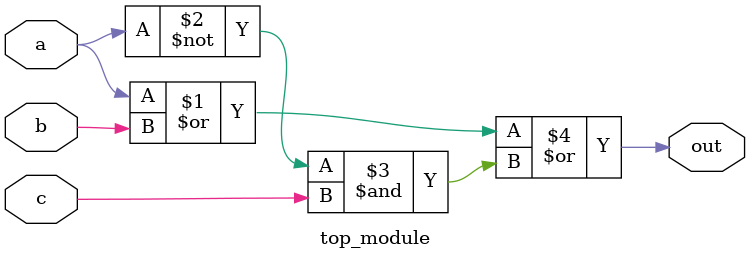
<source format=v>
module top_module(
    input a,
    input b,
    input c,
    output out  ); 
    
    assign out = a | b | (~a & c); 

endmodule

</source>
